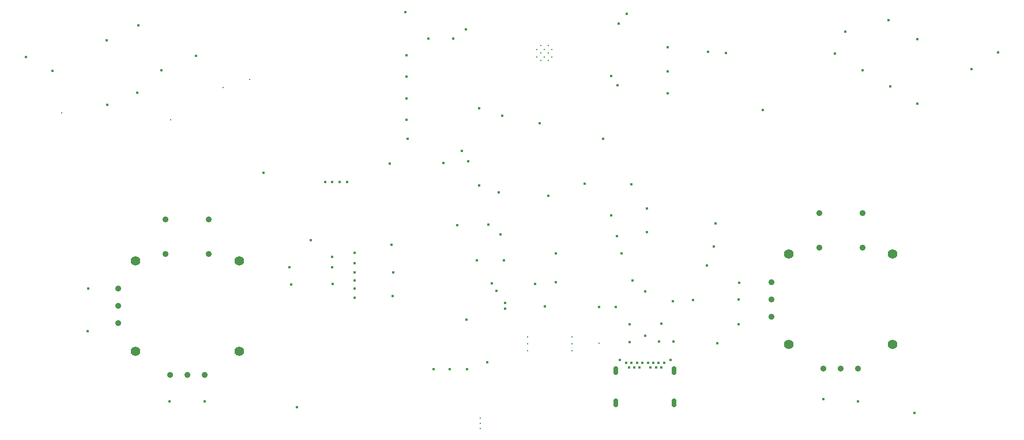
<source format=gbr>
%TF.GenerationSoftware,KiCad,Pcbnew,8.0.8*%
%TF.CreationDate,2025-09-18T11:39:57+02:00*%
%TF.ProjectId,padv1,70616476-312e-46b6-9963-61645f706362,rev?*%
%TF.SameCoordinates,Original*%
%TF.FileFunction,Plated,1,4,PTH,Mixed*%
%TF.FilePolarity,Positive*%
%FSLAX46Y46*%
G04 Gerber Fmt 4.6, Leading zero omitted, Abs format (unit mm)*
G04 Created by KiCad (PCBNEW 8.0.8) date 2025-09-18 11:39:57*
%MOMM*%
%LPD*%
G01*
G04 APERTURE LIST*
%TA.AperFunction,ViaDrill*%
%ADD10C,0.300000*%
%TD*%
%TA.AperFunction,ComponentDrill*%
%ADD11C,0.300000*%
%TD*%
%TA.AperFunction,ViaDrill*%
%ADD12C,0.400000*%
%TD*%
%TA.AperFunction,ComponentDrill*%
%ADD13C,0.450000*%
%TD*%
G04 aperture for slot hole*
%TA.AperFunction,ComponentDrill*%
%ADD14C,0.650000*%
%TD*%
%TA.AperFunction,ComponentDrill*%
%ADD15C,0.889000*%
%TD*%
%TA.AperFunction,ComponentDrill*%
%ADD16C,0.900000*%
%TD*%
%TA.AperFunction,ComponentDrill*%
%ADD17C,1.397000*%
%TD*%
G04 APERTURE END LIST*
D10*
X110050000Y-96100000D03*
X126050000Y-97100000D03*
X133800000Y-92400000D03*
X137700000Y-91150000D03*
X171550000Y-141000000D03*
X171550000Y-141750000D03*
X171550000Y-142500000D03*
X178450000Y-129050000D03*
X178450000Y-130050000D03*
X178450000Y-131050000D03*
X185050000Y-129050000D03*
X185050000Y-130050000D03*
X185050000Y-131050000D03*
X189000000Y-130000000D03*
D11*
%TO.C,U1*%
X179860000Y-86750000D03*
X179860000Y-87850000D03*
X180410000Y-86200000D03*
X180410000Y-87300000D03*
X180410000Y-88400000D03*
X180960000Y-86750000D03*
X180960000Y-87850000D03*
X181510000Y-86200000D03*
X181510000Y-87300000D03*
X181510000Y-88400000D03*
X182060000Y-86750000D03*
X182060000Y-87850000D03*
%TD*%
D12*
X104800000Y-87850000D03*
X108700000Y-89900000D03*
X113850000Y-128200000D03*
X113940000Y-121960000D03*
X116700000Y-85450000D03*
X116800000Y-94900000D03*
X121200000Y-93150000D03*
X121350000Y-83200000D03*
X124700000Y-89850000D03*
X125950000Y-138550000D03*
X129800000Y-87700000D03*
X131050000Y-138550000D03*
X139750000Y-104900000D03*
X143550000Y-118800000D03*
X143800000Y-121350000D03*
X144600000Y-139400000D03*
X146650000Y-114850000D03*
X148800000Y-106300000D03*
X149800000Y-106300000D03*
X149800000Y-117250000D03*
X149800000Y-118750000D03*
X149850000Y-121250000D03*
X150900000Y-106300000D03*
X152000000Y-106300000D03*
X153050000Y-116700000D03*
X153100000Y-118200000D03*
X153100000Y-119550000D03*
X153100000Y-120750000D03*
X153100000Y-121950000D03*
X153100000Y-123250000D03*
X158250000Y-103550000D03*
X158500000Y-115500000D03*
X158700000Y-123050000D03*
X158800000Y-119550000D03*
X160500000Y-81250000D03*
X160700000Y-87650000D03*
X160700000Y-90800000D03*
X160700000Y-94000000D03*
X160700000Y-97150000D03*
X160850000Y-99950000D03*
X163900000Y-85200000D03*
X164650000Y-133750000D03*
X166150000Y-103450000D03*
X167050000Y-133750000D03*
X167600000Y-85150000D03*
X168150000Y-112600000D03*
X168850000Y-101700000D03*
X169400000Y-83800000D03*
X169550000Y-126500000D03*
X169600000Y-133750000D03*
X169800000Y-103250000D03*
X171050000Y-117800000D03*
X171350000Y-95400000D03*
X171400000Y-106800000D03*
X172600000Y-132800000D03*
X172750000Y-112550000D03*
X173200000Y-121200000D03*
X173950000Y-122250000D03*
X174250000Y-107750000D03*
X174550000Y-114000000D03*
X174800000Y-96550000D03*
X175000000Y-117750000D03*
X175150000Y-124000000D03*
X175150000Y-124850000D03*
X179550000Y-121250000D03*
X180250000Y-97600000D03*
X181000000Y-124550000D03*
X181550000Y-108300000D03*
X182600000Y-116750000D03*
X182600000Y-120950000D03*
X186850000Y-106550000D03*
X189000000Y-124650000D03*
X189600000Y-99900000D03*
X190800000Y-90700000D03*
X190800000Y-111200000D03*
X191450000Y-124650000D03*
X191650000Y-114250000D03*
X191725000Y-92075000D03*
X191850000Y-83000000D03*
X192000000Y-132400000D03*
X192300000Y-116750000D03*
X193050000Y-81550000D03*
X193475000Y-129775000D03*
X193500000Y-127150000D03*
X193700000Y-106600000D03*
X193900000Y-120700000D03*
X195750000Y-122350000D03*
X195750000Y-128900000D03*
X196000000Y-113650000D03*
X196050000Y-110150000D03*
X197800000Y-129750000D03*
X198100000Y-127100000D03*
X199050000Y-86450000D03*
X199050000Y-90000000D03*
X199100000Y-93200000D03*
X199450000Y-132450000D03*
X199800000Y-123750000D03*
X199950000Y-129750000D03*
X202800000Y-123650000D03*
X204850000Y-118500000D03*
X205000000Y-87100000D03*
X205850000Y-115750000D03*
X206100000Y-112350000D03*
X206350000Y-130000000D03*
X207600000Y-87300000D03*
X209500000Y-123500000D03*
X209500000Y-127200000D03*
X209600000Y-121050000D03*
X213050000Y-95650000D03*
X221960000Y-138190000D03*
X223650000Y-87350000D03*
X225100000Y-84200000D03*
X227040000Y-138490000D03*
X227650000Y-89800000D03*
X231450000Y-82500000D03*
X231725000Y-92175000D03*
X235300000Y-140200000D03*
X235750000Y-85300000D03*
X235750000Y-94750000D03*
X243700000Y-89700000D03*
X247600000Y-87200000D03*
D13*
%TO.C,J1*%
X192950000Y-132820000D03*
X193350000Y-133530000D03*
X193750000Y-132820000D03*
X194150000Y-133530000D03*
X194550000Y-132820000D03*
X194950000Y-133530000D03*
X195350000Y-132820000D03*
X196150000Y-132820000D03*
X196550000Y-133530000D03*
X196950000Y-132820000D03*
X197350000Y-133530000D03*
X197750000Y-132820000D03*
X198150000Y-133530000D03*
X198550000Y-132820000D03*
D14*
X191480000Y-134270000D02*
X191480000Y-133670000D01*
X191480000Y-139000000D02*
X191480000Y-138400000D01*
X200020000Y-134270000D02*
X200020000Y-133670000D01*
X200020000Y-139000000D02*
X200020000Y-138400000D01*
D15*
%TO.C,U3*%
X118340000Y-121960000D03*
X118340000Y-124500000D03*
X118340000Y-127040000D03*
X125960000Y-134660000D03*
X128500000Y-134660000D03*
X131040000Y-134660000D03*
%TO.C,U4*%
X214340000Y-120960000D03*
X214340000Y-123500000D03*
X214340000Y-126040000D03*
X221960000Y-133660000D03*
X224500000Y-133660000D03*
X227040000Y-133660000D03*
D16*
%TO.C,U3*%
X125325000Y-111800000D03*
X125325000Y-116880000D03*
X131675000Y-111800000D03*
X131675000Y-116880000D03*
%TO.C,U4*%
X221325000Y-110800000D03*
X221325000Y-115880000D03*
X227675000Y-110800000D03*
X227675000Y-115880000D03*
D17*
%TO.C,U3*%
X120880000Y-117832500D03*
X120880000Y-131167500D03*
X136120000Y-117832500D03*
X136120000Y-131167500D03*
%TO.C,U4*%
X216880000Y-116832500D03*
X216880000Y-130167500D03*
X232120000Y-116832500D03*
X232120000Y-130167500D03*
M02*

</source>
